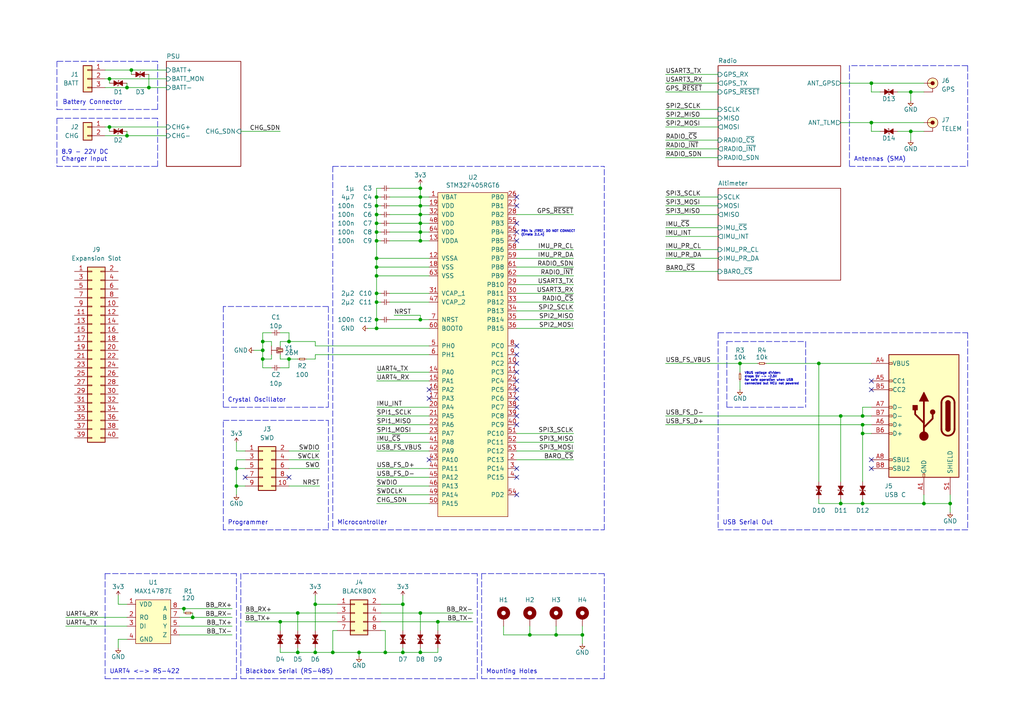
<source format=kicad_sch>
(kicad_sch (version 20211123) (generator eeschema)
  (paper "A4")
  (title_block (title "HAB Flight Computer") (date "2021-08-31") (rev "1") (company "Cambridge University Spaceflight") (comment 4 "Drawn By H. Franks"))
  (junction (at 121.92 69.85))
  (junction (at 86.36 177.8))
  (junction (at 109.22 95.25))
  (junction (at 264.16 38.1))
  (junction (at 121.92 189.23))
  (junction (at 250.19 125.73))
  (junction (at 243.84 146.05))
  (junction (at 109.22 57.15))
  (junction (at 76.2 99.06))
  (junction (at 109.22 64.77))
  (junction (at 121.92 64.77))
  (junction (at 104.14 189.23))
  (junction (at 121.92 92.71))
  (junction (at 76.2 104.14))
  (junction (at 38.1 20.32))
  (junction (at 55.88 179.07))
  (junction (at 267.97 146.05))
  (junction (at 250.19 120.65))
  (junction (at 127 180.34))
  (junction (at 121.92 59.69))
  (junction (at 83.82 104.14))
  (junction (at 111.76 189.23))
  (junction (at 116.84 175.26))
  (junction (at 83.82 99.06))
  (junction (at 121.92 57.15))
  (junction (at 121.92 62.23))
  (junction (at 31.75 22.86))
  (junction (at 214.63 105.41))
  (junction (at 243.84 120.65))
  (junction (at 109.22 62.23))
  (junction (at 36.83 25.4))
  (junction (at 68.58 140.97))
  (junction (at 109.22 87.63))
  (junction (at 161.29 184.15))
  (junction (at 109.22 77.47))
  (junction (at 237.49 105.41))
  (junction (at 153.67 184.15))
  (junction (at 121.92 67.31))
  (junction (at 250.19 123.19))
  (junction (at 264.16 26.67))
  (junction (at 68.58 135.89))
  (junction (at 86.36 189.23))
  (junction (at 109.22 80.01))
  (junction (at 81.28 180.34))
  (junction (at 109.22 85.09))
  (junction (at 36.83 39.37))
  (junction (at 250.19 146.05))
  (junction (at 43.18 25.4))
  (junction (at 31.75 36.83))
  (junction (at 109.22 74.93))
  (junction (at 121.92 54.61))
  (junction (at 168.91 184.15))
  (junction (at 109.22 67.31))
  (junction (at 109.22 59.69))
  (junction (at 91.44 175.26))
  (junction (at 96.52 189.23))
  (junction (at 109.22 92.71))
  (junction (at 252.73 24.13))
  (junction (at 109.22 69.85))
  (junction (at 275.59 146.05))
  (junction (at 252.73 35.56))
  (junction (at 121.92 177.8))
  (junction (at 91.44 189.23))
  (junction (at 116.84 189.23))
  (junction (at 76.2 101.6))
  (junction (at 53.34 176.53))
  (no_connect (at 149.86 100.33))
  (no_connect (at 149.86 102.87))
  (no_connect (at 149.86 110.49))
  (no_connect (at 149.86 69.85))
  (no_connect (at 149.86 67.31))
  (no_connect (at 124.46 133.35))
  (no_connect (at 149.86 118.11))
  (no_connect (at 149.86 138.43))
  (no_connect (at 149.86 123.19))
  (no_connect (at 149.86 113.03))
  (no_connect (at 149.86 57.15))
  (no_connect (at 149.86 59.69))
  (no_connect (at 252.73 135.89))
  (no_connect (at 149.86 135.89))
  (no_connect (at 83.82 138.43))
  (no_connect (at 71.12 138.43))
  (no_connect (at 124.46 115.57))
  (no_connect (at 149.86 143.51))
  (no_connect (at 149.86 115.57))
  (no_connect (at 252.73 133.35))
  (no_connect (at 149.86 105.41))
  (no_connect (at 149.86 120.65))
  (no_connect (at 149.86 107.95))
  (no_connect (at 124.46 113.03))
  (no_connect (at 149.86 64.77))
  (no_connect (at 252.73 110.49))
  (no_connect (at 252.73 113.03))
  (wire (pts (xy 109.22 74.93) (xy 109.22 77.47)))
  (wire (pts (xy 149.86 80.01) (xy 166.37 80.01)))
  (wire (pts (xy 83.82 133.35) (xy 92.71 133.35)))
  (wire (pts (xy 243.84 146.05) (xy 237.49 146.05)))
  (wire (pts (xy 81.28 104.14) (xy 83.82 104.14)))
  (wire (pts (xy 149.86 74.93) (xy 166.37 74.93)))
  (wire (pts (xy 30.48 20.32) (xy 38.1 20.32)))
  (polyline (pts (xy 138.43 166.37) (xy 69.85 166.37)))
  (wire (pts (xy 76.2 99.06) (xy 76.2 101.6)))
  (wire (pts (xy 109.22 135.89) (xy 124.46 135.89)))
  (wire (pts (xy 116.84 187.96) (xy 116.84 189.23)))
  (wire (pts (xy 110.49 64.77) (xy 109.22 64.77)))
  (polyline (pts (xy 64.77 88.9) (xy 64.77 118.11)))
  (wire (pts (xy 86.36 177.8) (xy 97.79 177.8)))
  (wire (pts (xy 53.34 176.53) (xy 67.31 176.53)))
  (wire (pts (xy 110.49 57.15) (xy 109.22 57.15)))
  (wire (pts (xy 109.22 54.61) (xy 109.22 57.15)))
  (wire (pts (xy 76.2 106.68) (xy 78.74 106.68)))
  (wire (pts (xy 36.83 39.37) (xy 48.26 39.37)))
  (wire (pts (xy 109.22 123.19) (xy 124.46 123.19)))
  (wire (pts (xy 36.83 185.42) (xy 34.29 185.42)))
  (wire (pts (xy 267.97 35.56) (xy 252.73 35.56)))
  (wire (pts (xy 91.44 102.87) (xy 124.46 102.87)))
  (wire (pts (xy 149.86 92.71) (xy 166.37 92.71)))
  (wire (pts (xy 124.46 118.11) (xy 109.22 118.11)))
  (wire (pts (xy 52.07 181.61) (xy 67.31 181.61)))
  (wire (pts (xy 193.04 31.75) (xy 208.28 31.75)))
  (wire (pts (xy 30.48 36.83) (xy 31.75 36.83)))
  (wire (pts (xy 193.04 68.58) (xy 208.28 68.58)))
  (wire (pts (xy 53.34 176.53) (xy 53.34 177.8)))
  (wire (pts (xy 91.44 187.96) (xy 91.44 189.23)))
  (polyline (pts (xy 64.77 153.67) (xy 64.77 121.92)))
  (wire (pts (xy 193.04 45.72) (xy 208.28 45.72)))
  (wire (pts (xy 113.03 62.23) (xy 121.92 62.23)))
  (wire (pts (xy 68.58 135.89) (xy 71.12 135.89)))
  (wire (pts (xy 76.2 96.52) (xy 78.74 96.52)))
  (wire (pts (xy 208.28 72.39) (xy 193.04 72.39)))
  (wire (pts (xy 113.03 87.63) (xy 124.46 87.63)))
  (wire (pts (xy 43.18 25.4) (xy 48.26 25.4)))
  (wire (pts (xy 83.82 96.52) (xy 83.82 99.06)))
  (polyline (pts (xy 233.68 99.06) (xy 233.68 118.11)))
  (wire (pts (xy 30.48 22.86) (xy 31.75 22.86)))
  (wire (pts (xy 121.92 64.77) (xy 124.46 64.77)))
  (polyline (pts (xy 16.51 17.78) (xy 16.51 31.75)))
  (wire (pts (xy 149.86 85.09) (xy 166.37 85.09)))
  (wire (pts (xy 109.22 128.27) (xy 124.46 128.27)))
  (wire (pts (xy 76.2 104.14) (xy 76.2 106.68)))
  (wire (pts (xy 250.19 125.73) (xy 250.19 123.19)))
  (wire (pts (xy 222.25 105.41) (xy 237.49 105.41)))
  (polyline (pts (xy 68.58 196.85) (xy 68.58 166.37)))
  (wire (pts (xy 109.22 146.05) (xy 124.46 146.05)))
  (wire (pts (xy 52.07 184.15) (xy 67.31 184.15)))
  (wire (pts (xy 113.03 85.09) (xy 124.46 85.09)))
  (wire (pts (xy 109.22 69.85) (xy 109.22 74.93)))
  (wire (pts (xy 243.84 120.65) (xy 243.84 139.7)))
  (wire (pts (xy 250.19 146.05) (xy 250.19 144.78)))
  (wire (pts (xy 30.48 39.37) (xy 36.83 39.37)))
  (wire (pts (xy 86.36 187.96) (xy 86.36 189.23)))
  (wire (pts (xy 250.19 120.65) (xy 250.19 118.11)))
  (wire (pts (xy 81.28 180.34) (xy 97.79 180.34)))
  (wire (pts (xy 267.97 24.13) (xy 252.73 24.13)))
  (wire (pts (xy 81.28 187.96) (xy 81.28 189.23)))
  (wire (pts (xy 193.04 43.18) (xy 208.28 43.18)))
  (wire (pts (xy 267.97 143.51) (xy 267.97 146.05)))
  (polyline (pts (xy 96.52 48.26) (xy 96.52 153.67)))
  (wire (pts (xy 193.04 66.04) (xy 208.28 66.04)))
  (wire (pts (xy 55.88 179.07) (xy 67.31 179.07)))
  (wire (pts (xy 193.04 123.19) (xy 250.19 123.19)))
  (polyline (pts (xy 175.26 153.67) (xy 175.26 48.26)))
  (wire (pts (xy 109.22 77.47) (xy 109.22 80.01)))
  (wire (pts (xy 243.84 24.13) (xy 252.73 24.13)))
  (polyline (pts (xy 280.67 19.05) (xy 280.67 48.26)))
  (wire (pts (xy 237.49 105.41) (xy 252.73 105.41)))
  (wire (pts (xy 96.52 189.23) (xy 104.14 189.23)))
  (wire (pts (xy 193.04 24.13) (xy 208.28 24.13)))
  (wire (pts (xy 267.97 26.67) (xy 264.16 26.67)))
  (wire (pts (xy 264.16 26.67) (xy 264.16 29.21)))
  (polyline (pts (xy 95.25 153.67) (xy 64.77 153.67)))
  (wire (pts (xy 113.03 92.71) (xy 121.92 92.71)))
  (wire (pts (xy 161.29 181.61) (xy 161.29 184.15)))
  (wire (pts (xy 71.12 133.35) (xy 68.58 133.35)))
  (wire (pts (xy 110.49 54.61) (xy 109.22 54.61)))
  (wire (pts (xy 68.58 135.89) (xy 68.58 140.97)))
  (polyline (pts (xy 16.51 34.29) (xy 16.51 48.26)))
  (polyline (pts (xy 246.38 48.26) (xy 280.67 48.26)))
  (wire (pts (xy 127 180.34) (xy 137.16 180.34)))
  (polyline (pts (xy 16.51 31.75) (xy 45.72 31.75)))
  (wire (pts (xy 208.28 57.15) (xy 193.04 57.15)))
  (wire (pts (xy 109.22 62.23) (xy 109.22 64.77)))
  (wire (pts (xy 76.2 104.14) (xy 78.74 104.14)))
  (wire (pts (xy 76.2 96.52) (xy 76.2 99.06)))
  (wire (pts (xy 109.22 138.43) (xy 124.46 138.43)))
  (wire (pts (xy 113.03 57.15) (xy 121.92 57.15)))
  (polyline (pts (xy 210.82 99.06) (xy 233.68 99.06)))
  (wire (pts (xy 96.52 182.88) (xy 96.52 189.23)))
  (wire (pts (xy 193.04 34.29) (xy 208.28 34.29)))
  (wire (pts (xy 113.03 59.69) (xy 121.92 59.69)))
  (wire (pts (xy 81.28 180.34) (xy 81.28 182.88)))
  (wire (pts (xy 81.28 99.06) (xy 81.28 100.33)))
  (wire (pts (xy 127 189.23) (xy 127 187.96)))
  (wire (pts (xy 121.92 67.31) (xy 121.92 69.85)))
  (wire (pts (xy 113.03 67.31) (xy 121.92 67.31)))
  (wire (pts (xy 43.18 21.59) (xy 43.18 25.4)))
  (wire (pts (xy 193.04 105.41) (xy 214.63 105.41)))
  (wire (pts (xy 214.63 105.41) (xy 214.63 107.95)))
  (wire (pts (xy 121.92 189.23) (xy 127 189.23)))
  (wire (pts (xy 121.92 57.15) (xy 121.92 59.69)))
  (polyline (pts (xy 30.48 166.37) (xy 30.48 196.85)))
  (wire (pts (xy 260.35 26.67) (xy 264.16 26.67)))
  (wire (pts (xy 31.75 36.83) (xy 31.75 38.1)))
  (wire (pts (xy 237.49 105.41) (xy 237.49 139.7)))
  (wire (pts (xy 109.22 87.63) (xy 109.22 85.09)))
  (wire (pts (xy 243.84 120.65) (xy 250.19 120.65)))
  (wire (pts (xy 264.16 38.1) (xy 264.16 40.64)))
  (wire (pts (xy 166.37 62.23) (xy 149.86 62.23)))
  (wire (pts (xy 109.22 92.71) (xy 109.22 95.25)))
  (wire (pts (xy 110.49 182.88) (xy 111.76 182.88)))
  (wire (pts (xy 83.82 135.89) (xy 92.71 135.89)))
  (wire (pts (xy 250.19 120.65) (xy 252.73 120.65)))
  (wire (pts (xy 88.9 104.14) (xy 91.44 104.14)))
  (wire (pts (xy 114.3 91.44) (xy 121.92 91.44)))
  (polyline (pts (xy 45.72 48.26) (xy 45.72 34.29)))
  (wire (pts (xy 166.37 77.47) (xy 149.86 77.47)))
  (wire (pts (xy 124.46 80.01) (xy 109.22 80.01)))
  (wire (pts (xy 30.48 25.4) (xy 36.83 25.4)))
  (wire (pts (xy 124.46 107.95) (xy 109.22 107.95)))
  (wire (pts (xy 149.86 90.17) (xy 166.37 90.17)))
  (wire (pts (xy 121.92 62.23) (xy 124.46 62.23)))
  (wire (pts (xy 110.49 92.71) (xy 109.22 92.71)))
  (wire (pts (xy 91.44 104.14) (xy 91.44 102.87)))
  (wire (pts (xy 109.22 130.81) (xy 124.46 130.81)))
  (wire (pts (xy 109.22 64.77) (xy 109.22 67.31)))
  (polyline (pts (xy 45.72 31.75) (xy 45.72 17.78)))
  (wire (pts (xy 149.86 95.25) (xy 166.37 95.25)))
  (polyline (pts (xy 139.7 196.85) (xy 175.26 196.85)))
  (wire (pts (xy 31.75 22.86) (xy 31.75 24.13)))
  (wire (pts (xy 124.46 77.47) (xy 109.22 77.47)))
  (wire (pts (xy 121.92 69.85) (xy 124.46 69.85)))
  (wire (pts (xy 81.28 99.06) (xy 83.82 99.06)))
  (wire (pts (xy 121.92 59.69) (xy 121.92 62.23)))
  (wire (pts (xy 250.19 123.19) (xy 252.73 123.19)))
  (wire (pts (xy 121.92 177.8) (xy 137.16 177.8)))
  (wire (pts (xy 73.66 101.6) (xy 76.2 101.6)))
  (polyline (pts (xy 96.52 48.26) (xy 175.26 48.26)))
  (wire (pts (xy 208.28 59.69) (xy 193.04 59.69)))
  (polyline (pts (xy 210.82 118.11) (xy 233.68 118.11)))
  (wire (pts (xy 208.28 74.93) (xy 193.04 74.93)))
  (wire (pts (xy 109.22 85.09) (xy 109.22 80.01)))
  (wire (pts (xy 71.12 180.34) (xy 81.28 180.34)))
  (wire (pts (xy 109.22 67.31) (xy 109.22 69.85)))
  (wire (pts (xy 121.92 67.31) (xy 124.46 67.31)))
  (wire (pts (xy 81.28 96.52) (xy 83.82 96.52)))
  (wire (pts (xy 19.05 179.07) (xy 36.83 179.07)))
  (polyline (pts (xy 16.51 48.26) (xy 45.72 48.26)))
  (wire (pts (xy 214.63 110.49) (xy 214.63 113.03)))
  (wire (pts (xy 193.04 120.65) (xy 243.84 120.65)))
  (wire (pts (xy 38.1 20.32) (xy 48.26 20.32)))
  (wire (pts (xy 81.28 106.68) (xy 83.82 106.68)))
  (wire (pts (xy 116.84 175.26) (xy 116.84 182.88)))
  (polyline (pts (xy 175.26 196.85) (xy 175.26 166.37)))
  (wire (pts (xy 250.19 118.11) (xy 252.73 118.11)))
  (wire (pts (xy 252.73 125.73) (xy 250.19 125.73)))
  (wire (pts (xy 97.79 182.88) (xy 96.52 182.88)))
  (wire (pts (xy 78.74 99.06) (xy 76.2 99.06)))
  (wire (pts (xy 255.27 26.67) (xy 252.73 26.67)))
  (wire (pts (xy 193.04 40.64) (xy 208.28 40.64)))
  (wire (pts (xy 153.67 181.61) (xy 153.67 184.15)))
  (polyline (pts (xy 30.48 196.85) (xy 68.58 196.85)))
  (wire (pts (xy 193.04 26.67) (xy 208.28 26.67)))
  (wire (pts (xy 168.91 181.61) (xy 168.91 184.15)))
  (wire (pts (xy 250.19 125.73) (xy 250.19 139.7)))
  (wire (pts (xy 193.04 36.83) (xy 208.28 36.83)))
  (wire (pts (xy 109.22 110.49) (xy 124.46 110.49)))
  (wire (pts (xy 243.84 35.56) (xy 252.73 35.56)))
  (wire (pts (xy 149.86 82.55) (xy 166.37 82.55)))
  (wire (pts (xy 104.14 189.23) (xy 104.14 190.5)))
  (wire (pts (xy 193.04 21.59) (xy 208.28 21.59)))
  (polyline (pts (xy 95.25 88.9) (xy 64.77 88.9)))
  (wire (pts (xy 109.22 69.85) (xy 110.49 69.85)))
  (wire (pts (xy 38.1 20.32) (xy 38.1 21.59)))
  (wire (pts (xy 113.03 69.85) (xy 121.92 69.85)))
  (wire (pts (xy 78.74 104.14) (xy 78.74 102.87)))
  (polyline (pts (xy 95.25 121.92) (xy 95.25 153.67)))
  (wire (pts (xy 121.92 64.77) (xy 121.92 67.31)))
  (wire (pts (xy 91.44 182.88) (xy 91.44 175.26)))
  (wire (pts (xy 124.46 95.25) (xy 109.22 95.25)))
  (wire (pts (xy 104.14 189.23) (xy 111.76 189.23)))
  (wire (pts (xy 121.92 187.96) (xy 121.92 189.23)))
  (wire (pts (xy 110.49 177.8) (xy 121.92 177.8)))
  (wire (pts (xy 267.97 146.05) (xy 275.59 146.05)))
  (wire (pts (xy 36.83 24.13) (xy 36.83 25.4)))
  (wire (pts (xy 81.28 189.23) (xy 86.36 189.23)))
  (wire (pts (xy 36.83 25.4) (xy 43.18 25.4)))
  (wire (pts (xy 91.44 189.23) (xy 96.52 189.23)))
  (polyline (pts (xy 64.77 121.92) (xy 95.25 121.92)))
  (wire (pts (xy 168.91 184.15) (xy 161.29 184.15)))
  (wire (pts (xy 275.59 146.05) (xy 275.59 148.59)))
  (wire (pts (xy 250.19 146.05) (xy 267.97 146.05)))
  (wire (pts (xy 71.12 130.81) (xy 68.58 130.81)))
  (wire (pts (xy 109.22 59.69) (xy 109.22 62.23)))
  (wire (pts (xy 127 180.34) (xy 127 182.88)))
  (polyline (pts (xy 138.43 196.85) (xy 138.43 166.37)))
  (wire (pts (xy 250.19 146.05) (xy 243.84 146.05)))
  (wire (pts (xy 237.49 146.05) (xy 237.49 144.78)))
  (wire (pts (xy 109.22 143.51) (xy 124.46 143.51)))
  (wire (pts (xy 260.35 38.1) (xy 264.16 38.1)))
  (wire (pts (xy 149.86 128.27) (xy 166.37 128.27)))
  (wire (pts (xy 71.12 177.8) (xy 86.36 177.8)))
  (wire (pts (xy 68.58 140.97) (xy 68.58 143.51)))
  (wire (pts (xy 71.12 140.97) (xy 68.58 140.97)))
  (wire (pts (xy 116.84 172.72) (xy 116.84 175.26)))
  (wire (pts (xy 83.82 99.06) (xy 91.44 99.06)))
  (wire (pts (xy 275.59 143.51) (xy 275.59 146.05)))
  (polyline (pts (xy 96.52 153.67) (xy 175.26 153.67)))
  (wire (pts (xy 81.28 38.1) (xy 69.85 38.1)))
  (polyline (pts (xy 280.67 96.52) (xy 280.67 153.67)))
  (wire (pts (xy 252.73 26.67) (xy 252.73 24.13)))
  (wire (pts (xy 52.07 179.07) (xy 55.88 179.07)))
  (wire (pts (xy 52.07 176.53) (xy 53.34 176.53)))
  (wire (pts (xy 121.92 57.15) (xy 124.46 57.15)))
  (wire (pts (xy 31.75 22.86) (xy 48.26 22.86)))
  (polyline (pts (xy 45.72 17.78) (xy 16.51 17.78)))
  (wire (pts (xy 121.92 62.23) (xy 121.92 64.77)))
  (wire (pts (xy 81.28 102.87) (xy 81.28 104.14)))
  (wire (pts (xy 83.82 140.97) (xy 92.71 140.97)))
  (wire (pts (xy 121.92 92.71) (xy 124.46 92.71)))
  (polyline (pts (xy 210.82 118.11) (xy 210.82 99.06)))
  (wire (pts (xy 111.76 182.88) (xy 111.76 189.23)))
  (wire (pts (xy 106.68 95.25) (xy 109.22 95.25)))
  (polyline (pts (xy 280.67 19.05) (xy 246.38 19.05)))
  (polyline (pts (xy 69.85 196.85) (xy 138.43 196.85)))
  (wire (pts (xy 146.05 184.15) (xy 146.05 181.61)))
  (wire (pts (xy 76.2 101.6) (xy 76.2 104.14)))
  (polyline (pts (xy 208.28 96.52) (xy 208.28 153.67)))
  (wire (pts (xy 91.44 100.33) (xy 124.46 100.33)))
  (wire (pts (xy 91.44 99.06) (xy 91.44 100.33)))
  (wire (pts (xy 68.58 128.27) (xy 68.58 130.81)))
  (wire (pts (xy 109.22 57.15) (xy 109.22 59.69)))
  (wire (pts (xy 86.36 189.23) (xy 91.44 189.23)))
  (wire (pts (xy 113.03 64.77) (xy 121.92 64.77)))
  (wire (pts (xy 252.73 38.1) (xy 252.73 35.56)))
  (wire (pts (xy 111.76 189.23) (xy 116.84 189.23)))
  (wire (pts (xy 109.22 125.73) (xy 124.46 125.73)))
  (wire (pts (xy 109.22 120.65) (xy 124.46 120.65)))
  (polyline (pts (xy 246.38 19.05) (xy 246.38 48.26)))
  (wire (pts (xy 91.44 175.26) (xy 97.79 175.26)))
  (wire (pts (xy 121.92 53.34) (xy 121.92 54.61)))
  (wire (pts (xy 146.05 184.15) (xy 153.67 184.15)))
  (wire (pts (xy 149.86 125.73) (xy 166.37 125.73)))
  (wire (pts (xy 121.92 91.44) (xy 121.92 92.71)))
  (wire (pts (xy 121.92 54.61) (xy 121.92 57.15)))
  (wire (pts (xy 109.22 140.97) (xy 124.46 140.97)))
  (wire (pts (xy 83.82 104.14) (xy 83.82 106.68)))
  (wire (pts (xy 193.04 78.74) (xy 208.28 78.74)))
  (wire (pts (xy 34.29 185.42) (xy 34.29 187.96)))
  (wire (pts (xy 214.63 105.41) (xy 219.71 105.41)))
  (polyline (pts (xy 45.72 34.29) (xy 16.51 34.29)))
  (wire (pts (xy 149.86 133.35) (xy 166.37 133.35)))
  (wire (pts (xy 31.75 36.83) (xy 48.26 36.83)))
  (wire (pts (xy 110.49 180.34) (xy 127 180.34)))
  (wire (pts (xy 110.49 62.23) (xy 109.22 62.23)))
  (polyline (pts (xy 175.26 166.37) (xy 139.7 166.37)))
  (wire (pts (xy 243.84 146.05) (xy 243.84 144.78)))
  (wire (pts (xy 55.88 177.8) (xy 55.88 179.07)))
  (wire (pts (xy 113.03 54.61) (xy 121.92 54.61)))
  (polyline (pts (xy 139.7 166.37) (xy 139.7 196.85)))
  (wire (pts (xy 36.83 175.26) (xy 34.29 175.26)))
  (wire (pts (xy 110.49 59.69) (xy 109.22 59.69)))
  (wire (pts (xy 149.86 72.39) (xy 166.37 72.39)))
  (wire (pts (xy 153.67 184.15) (xy 161.29 184.15)))
  (wire (pts (xy 91.44 172.72) (xy 91.44 175.26)))
  (wire (pts (xy 124.46 74.93) (xy 109.22 74.93)))
  (polyline (pts (xy 208.28 96.52) (xy 280.67 96.52)))
  (polyline (pts (xy 280.67 153.67) (xy 208.28 153.67)))
  (wire (pts (xy 121.92 59.69) (xy 124.46 59.69)))
  (polyline (pts (xy 68.58 166.37) (xy 30.48 166.37)))
  (wire (pts (xy 109.22 85.09) (xy 110.49 85.09)))
  (polyline (pts (xy 95.25 118.11) (xy 95.25 88.9)))
  (wire (pts (xy 83.82 104.14) (xy 86.36 104.14)))
  (wire (pts (xy 110.49 175.26) (xy 116.84 175.26)))
  (wire (pts (xy 168.91 184.15) (xy 168.91 186.69)))
  (wire (pts (xy 208.28 62.23) (xy 193.04 62.23)))
  (wire (pts (xy 36.83 38.1) (xy 36.83 39.37)))
  (polyline (pts (xy 64.77 118.11) (xy 95.25 118.11)))
  (wire (pts (xy 110.49 87.63) (xy 109.22 87.63)))
  (wire (pts (xy 34.29 175.26) (xy 34.29 172.72)))
  (wire (pts (xy 149.86 130.81) (xy 166.37 130.81)))
  (wire (pts (xy 36.83 181.61) (xy 19.05 181.61)))
  (wire (pts (xy 255.27 38.1) (xy 252.73 38.1)))
  (wire (pts (xy 116.84 189.23) (xy 121.92 189.23)))
  (wire (pts (xy 109.22 87.63) (xy 109.22 92.71)))
  (wire (pts (xy 121.92 177.8) (xy 121.92 182.88)))
  (wire (pts (xy 83.82 130.81) (xy 92.71 130.81)))
  (wire (pts (xy 267.97 38.1) (xy 264.16 38.1)))
  (wire (pts (xy 86.36 177.8) (xy 86.36 182.88)))
  (polyline (pts (xy 69.85 166.37) (xy 69.85 196.85)))
  (wire (pts (xy 149.86 87.63) (xy 166.37 87.63)))
  (wire (pts (xy 78.74 99.06) (xy 78.74 100.33)))
  (wire (pts (xy 68.58 133.35) (xy 68.58 135.89)))
  (wire (pts (xy 110.49 67.31) (xy 109.22 67.31)))
  (text "Blackbox Serial (RS-485)" (at 71.12 195.58 0) (effects (font (size 1.27 1.27)) (justify left bottom)))
  (text "USB Serial Out" (at 209.55 152.4 0) (effects (font (size 1.27 1.27)) (justify left bottom)))
  (text "PB4 is JTRST, DO NOT CONNECT\n(Errata 2.1.4)" (at 151.13 68.58 0) (effects (font (size 0.635 0.635)) (justify left bottom)))
  (text "Battery Connector" (at 35.56 30.48 180) (effects (font (size 1.27 1.27)) (justify right bottom)))
  (text "Mounting Holes" (at 140.97 195.58 0) (effects (font (size 1.27 1.27)) (justify left bottom)))
  (text "Crystal Oscillator" (at 66.04 116.84 0) (effects (font (size 1.27 1.27)) (justify left bottom)))
  (text "UART4 <-> RS-422" (at 31.75 195.58 0) (effects (font (size 1.27 1.27)) (justify left bottom)))
  (text "Programmer" (at 66.04 152.4 0) (effects (font (size 1.27 1.27)) (justify left bottom)))
  (text "VBUS voltage divider:\ndrops 5V -> ~2.5V\nfor safe operation when USB\nconnected but MCU not powered" (at 215.9 111.76 0) (effects (font (size 0.635 0.635)) (justify left bottom)))
  (text "Microcontroller" (at 97.79 152.4 0) (effects (font (size 1.27 1.27)) (justify left bottom)))
  (text "8.9 - 22V DC\nCharger Input" (at 17.78 46.99 0) (effects (font (size 1.27 1.27)) (justify left bottom)))
  (text "Antennas (SMA)" (at 247.65 46.99 0) (effects (font (size 1.27 1.27)) (justify left bottom)))
  (label "CHG_SDN" (at 81.28 38.1 180))
  (label "UART4_TX" (at 19.05 181.61 0))
  (label "SPI3_SCLK" (at 166.37 125.73 180))
  (label "BB_TX+" (at 67.31 181.61 180))
  (label "SPI3_MOSI" (at 193.04 59.69 0))
  (label "BARO_~{CS}" (at 166.37 133.35 180))
  (label "SPI2_MISO" (at 193.04 34.29 0))
  (label "NRST" (at 114.3 91.44 0))
  (label "SPI2_SCLK" (at 166.37 90.17 180))
  (label "BB_RX+" (at 71.12 177.8 0))
  (label "BB_RX-" (at 137.16 177.8 180))
  (label "IMU_PR_CL" (at 193.04 72.39 0))
  (label "IMU_PR_DA" (at 166.37 74.93 180))
  (label "USART3_TX" (at 166.37 82.55 180))
  (label "IMU_PR_CL" (at 166.37 72.39 180))
  (label "NRST" (at 92.71 140.97 180))
  (label "SPI1_MISO" (at 109.22 123.19 0))
  (label "IMU_PR_DA" (at 193.04 74.93 0))
  (label "BB_TX+" (at 71.12 180.34 0))
  (label "RADIO_~{INT}" (at 193.04 43.18 0))
  (label "SPI3_MOSI" (at 166.37 130.81 180))
  (label "USB_FS_D-" (at 193.04 120.65 0))
  (label "SWO" (at 92.71 135.89 180))
  (label "SPI2_MOSI" (at 166.37 95.25 180))
  (label "RADIO_SDN" (at 193.04 45.72 0))
  (label "SPI3_MISO" (at 193.04 62.23 0))
  (label "SWDCLK" (at 109.22 143.51 0))
  (label "SPI3_SCLK" (at 193.04 57.15 0))
  (label "UART4_TX" (at 109.22 107.95 0))
  (label "IMU_INT" (at 109.22 118.11 0))
  (label "SPI1_MOSI" (at 109.22 125.73 0))
  (label "RADIO_~{INT}" (at 166.37 80.01 180))
  (label "SWDIO" (at 92.71 130.81 180))
  (label "GPS_~{RESET}" (at 193.04 26.67 0))
  (label "SPI2_SCLK" (at 193.04 31.75 0))
  (label "BB_TX-" (at 137.16 180.34 180))
  (label "SPI1_SCLK" (at 109.22 120.65 0))
  (label "BB_RX-" (at 67.31 179.07 180))
  (label "SPI3_MISO" (at 166.37 128.27 180))
  (label "RADIO_~{CS}" (at 166.37 87.63 180))
  (label "USART3_TX" (at 193.04 21.59 0))
  (label "SWCLK" (at 92.71 133.35 180))
  (label "USB_FS_D+" (at 109.22 135.89 0))
  (label "CHG_SDN" (at 109.22 146.05 0))
  (label "USART3_RX" (at 166.37 85.09 180))
  (label "BB_RX+" (at 67.31 176.53 180))
  (label "IMU_~{CS}" (at 193.04 66.04 0))
  (label "USART3_RX" (at 193.04 24.13 0))
  (label "BB_TX-" (at 67.31 184.15 180))
  (label "IMU_INT" (at 193.04 68.58 0))
  (label "IMU_~{CS}" (at 109.22 128.27 0))
  (label "RADIO_~{CS}" (at 193.04 40.64 0))
  (label "USB_FS_D+" (at 193.04 123.19 0))
  (label "USB_FS_VBUS" (at 193.04 105.41 0))
  (label "SWDIO" (at 109.22 140.97 0))
  (label "UART4_RX" (at 109.22 110.49 0))
  (label "USB_FS_VBUS" (at 109.22 130.81 0))
  (label "UART4_RX" (at 19.05 179.07 0))
  (label "RADIO_SDN" (at 166.37 77.47 180))
  (label "SPI2_MOSI" (at 193.04 36.83 0))
  (label "GPS_~{RESET}" (at 166.37 62.23 180))
  (label "USB_FS_D-" (at 109.22 138.43 0))
  (label "BARO_~{CS}" (at 193.04 78.74 0))
  (label "SPI2_MISO" (at 166.37 92.71 180))
  (symbol (lib_id "Strix:GND") (at 264.16 29.21 0) (unit 1)
    (property "Reference" "#PWR013" (effects hide))
    (property "Value" "GND" (at 264.16 31.75 0))
  )
  (symbol (lib_name "D_ESD_8") (lib_id "Strix:D_ESD") (at 257.81 26.67 0) (unit 1)
    (property "Reference" "D13" (at 257.81 27.94 0) (effects (justify top)))
    (property "Value" "D_ESD" (effects hide))
    (property "Footprint" "Strix:D_0402" (effects hide))
    (property "Farnell" "2368169" (effects hide))
  )
  (symbol (lib_id "Strix:GND") (at 264.16 40.64 0) (unit 1)
    (property "Reference" "#PWR014" (effects hide))
    (property "Value" "GND" (at 264.16 43.18 0))
  )
  (symbol (lib_name "D_ESD_9") (lib_id "Strix:D_ESD") (at 257.81 38.1 0) (unit 1)
    (property "Reference" "D14" (at 257.81 39.37 0) (effects (justify top)))
    (property "Value" "D_ESD" (effects hide))
    (property "Footprint" "Strix:D_0402" (effects hide))
    (property "Farnell" "2368169" (effects hide))
  )
  (symbol (lib_id "Strix:3v3") (at 121.92 53.34 0) (unit 1)
    (property "Reference" "#PWR010" (effects hide))
    (property "Value" "3v3" (at 121.92 50.8 0))
  )
  (symbol (lib_id "Strix:C") (at 110.49 85.09 0) (mirror x) (unit 1)
    (property "Reference" "C10" (at 107.95 85.09 0) (effects (justify right)))
    (property "Value" "2µ2" (at 102.87 85.09 0) (effects (justify right)))
    (property "Footprint" "Strix:C_0402" (effects hide))
    (property "Farnell" "2362088" (effects hide))
  )
  (symbol (lib_id "Strix:C") (at 110.49 87.63 0) (mirror x) (unit 1)
    (property "Reference" "C11" (at 107.95 87.63 0) (effects (justify right)))
    (property "Value" "2µ2" (at 102.87 87.63 0) (effects (justify right)))
    (property "Footprint" "Strix:C_0402" (effects hide))
    (property "Farnell" "2362088" (effects hide))
  )
  (symbol (lib_id "Strix:C") (at 110.49 69.85 0) (unit 1)
    (property "Reference" "C9" (at 107.95 69.85 0) (effects (justify right)))
    (property "Value" "100n" (at 102.87 69.85 0) (effects (justify right)))
    (property "Footprint" "Strix:C_0402" (effects hide))
    (property "Farnell" "2496771" (effects hide))
  )
  (symbol (lib_id "Strix:C") (at 110.49 67.31 0) (unit 1)
    (property "Reference" "C8" (at 107.95 67.31 0) (effects (justify right)))
    (property "Value" "100n" (at 102.87 67.31 0) (effects (justify right)))
    (property "Footprint" "Strix:C_0402" (effects hide))
    (property "Farnell" "2496771" (effects hide))
  )
  (symbol (lib_id "Strix:C") (at 110.49 64.77 0) (unit 1)
    (property "Reference" "C7" (at 107.95 64.77 0) (effects (justify right)))
    (property "Value" "100n" (at 102.87 64.77 0) (effects (justify right)))
    (property "Footprint" "Strix:C_0402" (effects hide))
    (property "Farnell" "2496771" (effects hide))
  )
  (symbol (lib_id "Strix:C") (at 110.49 62.23 0) (unit 1)
    (property "Reference" "C6" (at 107.95 62.23 0) (effects (justify right)))
    (property "Value" "100n" (at 102.87 62.23 0) (effects (justify right)))
    (property "Footprint" "Strix:C_0402" (effects hide))
    (property "Farnell" "2496771" (effects hide))
  )
  (symbol (lib_id "Strix:C") (at 110.49 59.69 0) (unit 1)
    (property "Reference" "C5" (at 107.95 59.69 0) (effects (justify right)))
    (property "Value" "100n" (at 102.87 59.69 0) (effects (justify right)))
    (property "Footprint" "Strix:C_0402" (effects hide))
    (property "Farnell" "2496771" (effects hide))
  )
  (symbol (lib_id "Strix:C") (at 110.49 54.61 0) (unit 1)
    (property "Reference" "C3" (at 107.95 54.61 0) (effects (justify right)))
    (property "Value" "1µ" (at 102.87 54.61 0) (effects (justify right)))
    (property "Footprint" "Strix:C_0402" (effects hide))
    (property "Farnell" "2496814" (effects hide))
  )
  (symbol (lib_id "Strix:C") (at 110.49 57.15 0) (unit 1)
    (property "Reference" "C4" (at 107.95 57.15 0) (effects (justify right)))
    (property "Value" "4µ7" (at 102.87 57.15 0) (effects (justify right)))
    (property "Footprint" "Strix:C_0402" (effects hide))
    (property "Farnell" "2426952" (effects hide))
  )
  (symbol (lib_id "Strix:MountingHole_Pad") (at 146.05 179.07 0) (unit 1)
    (property "Reference" "H1" (at 146.05 173.99 0))
    (property "Value" "MountingHole_Pad" (effects hide))
    (property "Footprint" "Strix:MountingHole_Pad" (effects hide))
  )
  (symbol (lib_id "Strix:GND") (at 168.91 186.69 0) (unit 1)
    (property "Reference" "#PWR011" (effects hide))
    (property "Value" "GND" (at 168.91 189.23 0))
  )
  (symbol (lib_id "Strix:STM32F405RGT6") (at 137.16 102.87 0) (unit 1)
    (property "Reference" "U2" (at 137.16 51.435 0))
    (property "Value" "STM32F405RGT6" (at 137.16 53.7464 0))
    (property "Footprint" "Strix:STM32F405RGT6" (effects hide))
    (property "Datasheet" "http://www.st.com/st-web-ui/static/active/en/resource/technical/document/datasheet/DM00037051.pdf" (effects hide))
    (property "Farnell" "2064363" (effects hide))
  )
  (symbol (lib_id "Strix:Conn_01x03") (at 25.4 22.86 0) (mirror y) (unit 1)
    (property "Reference" "J1" (at 22.86 21.59 0) (effects (justify left)))
    (property "Value" "BATT" (at 22.86 24.13 0) (effects (justify left)))
    (property "Footprint" "Strix:Molex_Nano-Fit_105313-1103" (effects hide))
    (property "Farnell" "2820685" (effects hide))
  )
  (symbol (lib_id "Strix:C") (at 110.49 92.71 0) (unit 1)
    (property "Reference" "C12" (at 107.95 92.71 0) (effects (justify right)))
    (property "Value" "100n" (at 102.87 92.71 0) (effects (justify right)))
    (property "Footprint" "Strix:C_0402" (effects hide))
    (property "Farnell" "2496771" (effects hide))
  )
  (symbol (lib_id "Strix:GND") (at 106.68 95.25 270) (unit 1)
    (property "Reference" "#PWR08" (effects hide))
    (property "Value" "GND" (at 102.87 95.25 90) (effects (justify right)))
  )
  (symbol (lib_id "Strix:GND") (at 34.29 187.96 0) (unit 1)
    (property "Reference" "#PWR02" (effects hide))
    (property "Value" "GND" (at 34.29 190.5 0))
  )
  (symbol (lib_id "Strix:3v3") (at 34.29 172.72 0) (unit 1)
    (property "Reference" "#PWR01" (effects hide))
    (property "Value" "3v3" (at 34.29 170.18 0))
  )
  (symbol (lib_id "Strix:MountingHole_Pad") (at 153.67 179.07 0) (unit 1)
    (property "Reference" "H2" (at 153.67 173.99 0))
    (property "Value" "MountingHole_Pad" (effects hide))
    (property "Footprint" "Strix:MountingHole_Pad" (effects hide))
  )
  (symbol (lib_id "Strix:MountingHole_Pad") (at 161.29 179.07 0) (unit 1)
    (property "Reference" "H3" (at 161.29 173.99 0))
    (property "Value" "MountingHole_Pad" (effects hide))
    (property "Footprint" "Strix:MountingHole_Pad" (effects hide))
  )
  (symbol (lib_id "Strix:MountingHole_Pad") (at 168.91 179.07 0) (unit 1)
    (property "Reference" "H4" (at 168.91 173.99 0))
    (property "Value" "MountingHole_Pad" (effects hide))
    (property "Footprint" "Strix:MountingHole_Pad" (effects hide))
  )
  (symbol (lib_id "Strix:MAX14787E") (at 44.45 180.34 0) (unit 1)
    (property "Reference" "U1" (at 44.45 168.91 0))
    (property "Value" "MAX14787E" (at 44.45 171.45 0))
    (property "Footprint" "Strix:MAX14787E" (effects hide))
    (property "Datasheet" "https://datasheets.maximintegrated.com/en/ds/MAX14784E-MAX14789E.pdf" (effects hide))
    (property "Farnell" "2528531" (effects hide))
  )
  (symbol (lib_id "Strix:R") (at 53.34 177.8 0) (unit 1)
    (property "Reference" "R1" (at 54.61 171.45 0))
    (property "Value" "120" (at 54.61 172.72 0) (effects (justify top)))
    (property "Footprint" "Strix:R_0402" (effects hide))
  )
  (symbol (lib_name "D_ESD_6") (lib_id "Strix:D_ESD") (at 250.19 142.24 270) (mirror x) (unit 1)
    (property "Reference" "D12" (at 250.19 147.32 90) (effects (justify bottom)))
    (property "Value" "D_ESD" (effects hide))
    (property "Footprint" "Strix:D_0402" (effects hide))
    (property "Farnell" "2368169" (effects hide))
  )
  (symbol (lib_id "Strix:GND") (at 68.58 143.51 0) (unit 1)
    (property "Reference" "#PWR04" (effects hide))
    (property "Value" "GND" (at 68.58 146.05 0))
  )
  (symbol (lib_id "Strix:D_ESD") (at 121.92 185.42 270) (mirror x) (unit 1)
    (property "Reference" "D8" (at 121.92 190.5 90) (effects (justify bottom)))
    (property "Value" "D_ESD" (effects hide))
    (property "Footprint" "Strix:D_0402" (effects hide))
    (property "Farnell" "2368169" (effects hide))
  )
  (symbol (lib_id "Strix:GND") (at 275.59 148.59 0) (unit 1)
    (property "Reference" "#PWR015" (effects hide))
    (property "Value" "GND" (at 275.59 151.13 0))
  )
  (symbol (lib_id "Strix:C") (at 78.74 106.68 0) (mirror x) (unit 1)
    (property "Reference" "C2" (at 80.01 107.95 0) (effects (justify bottom)))
    (property "Value" "10p" (at 80.01 110.49 0) (effects (justify bottom)))
    (property "Footprint" "Strix:C_0402" (effects hide))
  )
  (symbol (lib_id "Strix:GND") (at 104.14 190.5 0) (unit 1)
    (property "Reference" "#PWR07" (effects hide))
    (property "Value" "GND" (at 104.14 193.04 0))
  )
  (symbol (lib_id "Strix:R") (at 86.36 104.14 0) (mirror x) (unit 1)
    (property "Reference" "R2" (at 87.63 105.41 0) (effects (justify bottom)))
    (property "Value" "100" (at 87.63 107.95 0) (effects (justify bottom)))
    (property "Footprint" "Strix:R_0402" (effects hide))
  )
  (symbol (lib_id "Strix:R") (at 219.71 105.41 0) (unit 1)
    (property "Reference" "R4" (at 220.98 101.6 0))
    (property "Value" "10k" (at 220.98 102.87 0) (effects (justify top)))
    (property "Footprint" "Strix:R_0402" (effects hide))
  )
  (symbol (lib_id "Strix:D_ESD") (at 91.44 185.42 270) (mirror x) (unit 1)
    (property "Reference" "D6" (at 91.44 190.5 90) (effects (justify bottom)))
    (property "Value" "D_ESD" (effects hide))
    (property "Footprint" "Strix:D_0402" (effects hide))
    (property "Farnell" "2368169" (effects hide))
  )
  (symbol (lib_id "Strix:D_ESD") (at 86.36 185.42 270) (mirror x) (unit 1)
    (property "Reference" "D5" (at 86.36 190.5 90) (effects (justify bottom)))
    (property "Value" "D_ESD" (effects hide))
    (property "Footprint" "Strix:D_0402" (effects hide))
    (property "Farnell" "2368169" (effects hide))
  )
  (symbol (lib_id "Strix:Coax") (at 270.51 24.13 0) (unit 1)
    (property "Reference" "J6" (at 273.05 23.3679 0) (effects (justify left)))
    (property "Value" "GPS" (at 273.05 25.9079 0) (effects (justify left)))
    (property "Footprint" "Strix:SMA-Edge" (effects hide))
    (property "Farnell" "1608592" (effects hide))
  )
  (symbol (lib_id "Strix:GND") (at 214.63 113.03 0) (unit 1)
    (property "Reference" "#PWR012" (effects hide))
    (property "Value" "GND" (at 214.63 115.57 0))
  )
  (symbol (lib_id "Strix:Conn_02x20") (at 26.67 101.6 0) (unit 1)
    (property "Reference" "J9" (at 27.94 72.39 0))
    (property "Value" "Expansion Slot" (at 27.94 74.93 0))
    (property "Footprint" "Strix:Header_RaspberryPi" (effects hide))
  )
  (symbol (lib_id "Strix:D_ESD") (at 116.84 185.42 270) (mirror x) (unit 1)
    (property "Reference" "D7" (at 116.84 190.5 90) (effects (justify bottom)))
    (property "Value" "D_ESD" (effects hide))
    (property "Footprint" "Strix:D_0402" (effects hide))
    (property "Farnell" "2368169" (effects hide))
  )
  (symbol (lib_id "Strix:Xtal") (at 81.28 100.33 270) (unit 1)
    (property "Reference" "Y1" (at 82.55 101.6 90) (effects (justify left bottom)))
    (property "Value" "26M" (at 82.55 101.6 90) (effects (justify left top)))
    (property "Footprint" "Strix:Xtal-20x16" (effects hide))
    (property "Farnell" "2506952" (effects hide))
  )
  (symbol (lib_name "D_ESD_1") (lib_id "Strix:D_ESD") (at 34.29 24.13 0) (mirror x) (unit 1)
    (property "Reference" "D1" (at 34.29 26.67 0))
    (property "Value" "D_ESD" (effects hide))
    (property "Footprint" "Strix:D_0402" (effects hide))
    (property "Farnell" "2368169" (effects hide))
  )
  (symbol (lib_id "Strix:D_ESD") (at 127 185.42 270) (mirror x) (unit 1)
    (property "Reference" "D9" (at 127 190.5 90) (effects (justify bottom)))
    (property "Value" "D_ESD" (effects hide))
    (property "Footprint" "Strix:D_0402" (effects hide))
    (property "Farnell" "2368169" (effects hide))
  )
  (symbol (lib_id "Strix:3v3") (at 68.58 128.27 0) (unit 1)
    (property "Reference" "#PWR03" (effects hide))
    (property "Value" "3v3" (at 68.58 125.73 0))
  )
  (symbol (lib_id "Strix:GND") (at 73.66 101.6 270) (unit 1)
    (property "Reference" "#PWR05" (effects hide))
    (property "Value" "GND" (at 69.85 101.6 90))
  )
  (symbol (lib_id "Strix:Coax") (at 270.51 35.56 0) (unit 1)
    (property "Reference" "J7" (at 273.05 34.7979 0) (effects (justify left)))
    (property "Value" "TELEM" (at 273.05 37.3379 0) (effects (justify left)))
    (property "Footprint" "Strix:SMA-Edge" (effects hide))
    (property "Farnell" "1608592" (effects hide))
  )
  (symbol (lib_id "Strix:3v3") (at 91.44 172.72 0) (unit 1)
    (property "Reference" "#PWR06" (effects hide))
    (property "Value" "3v3" (at 91.44 170.18 0))
  )
  (symbol (lib_name "D_ESD_2") (lib_id "Strix:D_ESD") (at 40.64 21.59 0) (mirror x) (unit 1)
    (property "Reference" "D3" (at 40.64 26.67 0))
    (property "Value" "D_ESD" (effects hide))
    (property "Footprint" "Strix:D_0402" (effects hide))
    (property "Farnell" "2368169" (effects hide))
  )
  (symbol (lib_id "Strix:R") (at 214.63 110.49 90) (unit 1)
    (property "Reference" "R3" (at 214.63 101.6 90))
    (property "Value" "10k" (at 214.63 102.87 90) (effects (justify bottom)))
    (property "Footprint" "Strix:R_0402" (effects hide))
  )
  (symbol (lib_id "Strix:D_ESD") (at 81.28 185.42 270) (mirror x) (unit 1)
    (property "Reference" "D4" (at 81.28 190.5 90) (effects (justify bottom)))
    (property "Value" "D_ESD" (effects hide))
    (property "Footprint" "Strix:D_0402" (effects hide))
    (property "Farnell" "2368169" (effects hide))
  )
  (symbol (lib_id "Strix:C") (at 78.74 96.52 0) (unit 1)
    (property "Reference" "C1" (at 80.01 92.71 0) (effects (justify bottom)))
    (property "Value" "10p" (at 80.01 95.25 0) (effects (justify bottom)))
    (property "Footprint" "Strix:C_0402" (effects hide))
  )
  (symbol (lib_id "Strix:3v3") (at 116.84 172.72 0) (unit 1)
    (property "Reference" "#PWR09" (effects hide))
    (property "Value" "3v3" (at 116.84 170.18 0))
  )
  (symbol (lib_name "D_ESD_10") (lib_id "Strix:D_ESD") (at 237.49 142.24 270) (mirror x) (unit 1)
    (property "Reference" "D10" (at 237.49 147.32 90) (effects (justify bottom)))
    (property "Value" "D_ESD" (effects hide))
    (property "Footprint" "Strix:D_0402" (effects hide))
    (property "Farnell" "2368169" (effects hide))
  )
  (symbol (lib_id "Strix:Conn_01x02") (at 25.4 36.83 0) (mirror y) (unit 1)
    (property "Reference" "J2" (at 22.86 36.83 0) (effects (justify left)))
    (property "Value" "CHG" (at 22.86 39.37 0) (effects (justify left)))
    (property "Footprint" "Strix:Molex_Nano-Fit_105313-1102" (effects hide))
  )
  (symbol (lib_id "Strix:Conn_02x04") (at 102.87 177.8 0) (unit 1)
    (property "Reference" "J4" (at 104.14 168.91 0))
    (property "Value" "BLACKBOX" (at 104.14 171.45 0))
    (property "Footprint" "Strix:Molex_Nano-Fit_105314-1108" (effects hide))
  )
  (symbol (lib_name "D_ESD_3") (lib_id "Strix:D_ESD") (at 34.29 38.1 0) (mirror x) (unit 1)
    (property "Reference" "D2" (at 34.29 40.64 0))
    (property "Value" "D_ESD" (effects hide))
    (property "Footprint" "Strix:D_0402" (effects hide))
    (property "Farnell" "2368169" (effects hide))
  )
  (symbol (lib_id "Strix:USB_C") (at 267.97 120.65 0) (mirror y) (unit 1)
    (property "Reference" "J5" (at 256.54 140.97 0) (effects (justify right)))
    (property "Value" "USB C" (at 256.54 143.51 0) (effects (justify right)))
    (property "Footprint" "Strix:USB_C" (effects hide))
    (property "Datasheet" "https://www.usb.org/sites/default/files/documents/usb_type-c.zip" (effects hide))
    (property "Farnell" "2990003" (effects hide))
  )
  (symbol (lib_id "Strix:Conn_02x05") (at 76.2 135.89 0) (unit 1)
    (property "Reference" "J3" (at 77.47 124.46 0))
    (property "Value" "SWD" (at 77.47 127 0))
    (property "Footprint" "Strix:Header_SWD" (effects hide))
  )
  (symbol (lib_name "D_ESD_7") (lib_id "Strix:D_ESD") (at 243.84 142.24 270) (mirror x) (unit 1)
    (property "Reference" "D11" (at 243.84 147.32 90) (effects (justify bottom)))
    (property "Value" "D_ESD" (effects hide))
    (property "Footprint" "Strix:D_0402" (effects hide))
    (property "Farnell" "2368169" (effects hide))
  )
  (sheet (at 208.28 19.05) (size 35.56 29.21)
    (property "Sheet name" "Radio" (at 208.28 18.3384 0) (effects (justify left bottom)))
    (property "Sheet file" "radio.kicad_sch" (effects hide))
    (pin "ANT_TLM" output (at 243.84 35.56 0))
    (pin "ANT_GPS" output (at 243.84 24.13 0))
    (pin "RADIO_~{CS}" input (at 208.28 40.64 180))
    (pin "RADIO_SDN" input (at 208.28 45.72 180))
    (pin "GPS_~{RESET}" input (at 208.28 26.67 180))
    (pin "GPS_RX" input (at 208.28 21.59 180))
    (pin "SCLK" input (at 208.28 31.75 180))
    (pin "MISO" input (at 208.28 34.29 180))
    (pin "MOSI" output (at 208.28 36.83 180))
    (pin "RADIO_~{INT}" output (at 208.28 43.18 180))
    (pin "GPS_TX" output (at 208.28 24.13 180))
  )
  (sheet (at 208.28 54.61) (size 35.56 26.67)
    (property "Sheet name" "Altimeter" (at 208.28 53.8984 0) (effects (justify left bottom)))
    (property "Sheet file" "altimeter.kicad_sch" (effects hide))
    (pin "BARO_~{CS}" input (at 208.28 78.74 180))
    (pin "IMU_INT" output (at 208.28 68.58 180))
    (pin "IMU_~{CS}" input (at 208.28 66.04 180))
    (pin "IMU_PR_CL" input (at 208.28 72.39 180))
    (pin "IMU_PR_DA" bidirectional (at 208.28 74.93 180))
    (pin "MISO" output (at 208.28 62.23 180))
    (pin "MOSI" input (at 208.28 59.69 180))
    (pin "SCLK" input (at 208.28 57.15 180))
  )
  (sheet (at 48.26 17.78) (size 21.59 30.48) (stroke (width 0.1524))
    (property "Sheet name" "PSU" (at 48.26 17.0684 0) (effects (justify left bottom)))
    (property "Sheet file" "psu.kicad_sch" (effects hide))
    (pin "BATT_MON" input (at 48.26 22.86 180))
    (pin "BATT-" input (at 48.26 25.4 180))
    (pin "BATT+" input (at 48.26 20.32 180))
    (pin "CHG+" input (at 48.26 36.83 180))
    (pin "CHG-" input (at 48.26 39.37 180))
    (pin "CHG_SDN" input (at 69.85 38.1 0))
  )
)
</source>
